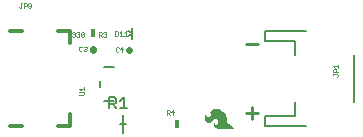
<source format=gbr>
G04 EAGLE Gerber RS-274X export*
G75*
%MOMM*%
%FSLAX34Y34*%
%LPD*%
%INSilkscreen Top*%
%IPPOS*%
%AMOC8*
5,1,8,0,0,1.08239X$1,22.5*%
G01*
%ADD10C,0.279400*%
%ADD11C,0.203200*%
%ADD12C,0.025400*%
%ADD13R,0.457200X0.762000*%
%ADD14C,0.558800*%
%ADD15C,0.304800*%
%ADD16C,0.152400*%

G36*
X183195Y8279D02*
X183195Y8279D01*
X183190Y8285D01*
X183092Y8285D01*
X182594Y8784D01*
X182593Y8784D01*
X182093Y9084D01*
X181594Y9584D01*
X181593Y9584D01*
X180993Y10084D01*
X179794Y11284D01*
X179793Y11284D01*
X179093Y11884D01*
X178394Y12484D01*
X177394Y13483D01*
X177094Y13983D01*
X176795Y14482D01*
X176695Y15080D01*
X176695Y16980D01*
X176695Y16981D01*
X176495Y18181D01*
X176195Y19281D01*
X176194Y19282D01*
X176195Y19282D01*
X175795Y20282D01*
X175794Y20282D01*
X175794Y20283D01*
X175194Y21283D01*
X174494Y22083D01*
X174494Y22084D01*
X173694Y22884D01*
X173693Y22884D01*
X172793Y23584D01*
X172792Y23584D01*
X170992Y24584D01*
X170991Y24585D01*
X169091Y25085D01*
X169090Y25085D01*
X169017Y25089D01*
X168933Y25094D01*
X168848Y25099D01*
X168764Y25104D01*
X168679Y25109D01*
X168595Y25114D01*
X168510Y25119D01*
X168426Y25124D01*
X168341Y25129D01*
X168257Y25134D01*
X168173Y25139D01*
X168172Y25139D01*
X168088Y25144D01*
X168004Y25149D01*
X168003Y25149D01*
X167919Y25154D01*
X167835Y25159D01*
X167834Y25159D01*
X167750Y25164D01*
X167666Y25169D01*
X167665Y25169D01*
X167581Y25174D01*
X167497Y25179D01*
X167412Y25184D01*
X167390Y25185D01*
X167390Y25184D01*
X167389Y25185D01*
X165789Y24885D01*
X165788Y24885D01*
X164288Y24385D01*
X164288Y24384D01*
X164287Y24384D01*
X163187Y23684D01*
X162287Y22884D01*
X162287Y22883D01*
X162286Y22883D01*
X161786Y22083D01*
X161786Y22081D01*
X161785Y22081D01*
X161786Y22079D01*
X161787Y22076D01*
X161789Y22076D01*
X161790Y22075D01*
X162689Y22075D01*
X162988Y21975D01*
X163187Y21876D01*
X163486Y21577D01*
X163585Y21279D01*
X163585Y20981D01*
X163385Y20182D01*
X163186Y19782D01*
X162986Y19483D01*
X162686Y19083D01*
X162087Y18484D01*
X161787Y18284D01*
X161488Y18085D01*
X161089Y17985D01*
X160491Y17985D01*
X160192Y18085D01*
X159992Y18184D01*
X159694Y18384D01*
X159394Y18783D01*
X159195Y19182D01*
X159095Y19681D01*
X158995Y20081D01*
X158995Y20679D01*
X159094Y20878D01*
X159094Y20879D01*
X159095Y20880D01*
X159095Y20980D01*
X159094Y20981D01*
X159094Y20983D01*
X159092Y20983D01*
X159091Y20985D01*
X159089Y20983D01*
X159086Y20984D01*
X158986Y20884D01*
X158986Y20883D01*
X158686Y20483D01*
X158686Y20482D01*
X157986Y19082D01*
X157986Y19081D01*
X157985Y19081D01*
X157785Y18181D01*
X157786Y18180D01*
X157785Y18180D01*
X157785Y17180D01*
X157785Y17179D01*
X157985Y16079D01*
X157986Y16078D01*
X158586Y14978D01*
X158586Y14977D01*
X159286Y14077D01*
X159287Y14077D01*
X159287Y14076D01*
X160087Y13576D01*
X160088Y13576D01*
X160088Y13575D01*
X160988Y13275D01*
X160989Y13276D01*
X160990Y13275D01*
X161790Y13275D01*
X161791Y13276D01*
X161791Y13275D01*
X162691Y13475D01*
X162692Y13476D01*
X163592Y13976D01*
X163593Y13976D01*
X164393Y14676D01*
X165293Y15476D01*
X165294Y15476D01*
X165993Y16176D01*
X166791Y16475D01*
X167489Y16475D01*
X168088Y16276D01*
X168586Y15877D01*
X168985Y15278D01*
X169185Y14479D01*
X169185Y13681D01*
X169085Y13181D01*
X168886Y12683D01*
X168287Y12084D01*
X167988Y11885D01*
X167689Y11785D01*
X167291Y11785D01*
X166993Y11884D01*
X166794Y12084D01*
X166394Y12483D01*
X166295Y12782D01*
X166294Y12782D01*
X166094Y13182D01*
X166093Y13183D01*
X166094Y13184D01*
X165994Y13284D01*
X165993Y13284D01*
X165991Y13284D01*
X165987Y13284D01*
X165987Y13283D01*
X165986Y13282D01*
X165786Y12882D01*
X165786Y12881D01*
X165785Y12880D01*
X165785Y11680D01*
X165785Y11679D01*
X165885Y11079D01*
X165985Y10579D01*
X165986Y10579D01*
X165985Y10578D01*
X166185Y10078D01*
X166186Y10078D01*
X166186Y10077D01*
X166486Y9677D01*
X166886Y9177D01*
X166887Y9177D01*
X166887Y9176D01*
X167887Y8576D01*
X167888Y8576D01*
X167889Y8575D01*
X168589Y8375D01*
X169389Y8275D01*
X169390Y8275D01*
X183190Y8275D01*
X183195Y8279D01*
G37*
D10*
X193167Y21596D02*
X203166Y21596D01*
X198167Y16597D02*
X198167Y26596D01*
X193167Y80016D02*
X203166Y80016D01*
D11*
X96366Y84300D02*
X96366Y88900D01*
X96366Y93500D01*
X96366Y88900D02*
X93266Y86562D01*
X96212Y89154D02*
X93266Y91084D01*
D12*
X82093Y90935D02*
X82093Y87122D01*
X83999Y87122D01*
X84635Y87758D01*
X84635Y90300D01*
X83999Y90935D01*
X82093Y90935D01*
X85835Y89664D02*
X87106Y90935D01*
X87106Y87122D01*
X85835Y87122D02*
X88377Y87122D01*
X89577Y89664D02*
X90848Y90935D01*
X90848Y87122D01*
X89577Y87122D02*
X92119Y87122D01*
D13*
X62941Y89027D03*
D12*
X68284Y90173D02*
X68284Y86360D01*
X68284Y90173D02*
X70191Y90173D01*
X70826Y89538D01*
X70826Y88267D01*
X70191Y87631D01*
X68284Y87631D01*
X69555Y87631D02*
X70826Y86360D01*
X72026Y89538D02*
X72662Y90173D01*
X73933Y90173D01*
X74568Y89538D01*
X74568Y88902D01*
X73933Y88267D01*
X73297Y88267D01*
X73933Y88267D02*
X74568Y87631D01*
X74568Y86996D01*
X73933Y86360D01*
X72662Y86360D01*
X72026Y86996D01*
X46128Y90173D02*
X45492Y89538D01*
X46128Y90173D02*
X47399Y90173D01*
X48034Y89538D01*
X48034Y88902D01*
X47399Y88267D01*
X46763Y88267D01*
X47399Y88267D02*
X48034Y87631D01*
X48034Y86996D01*
X47399Y86360D01*
X46128Y86360D01*
X45492Y86996D01*
X49234Y89538D02*
X49870Y90173D01*
X51141Y90173D01*
X51776Y89538D01*
X51776Y88902D01*
X51141Y88267D01*
X50505Y88267D01*
X51141Y88267D02*
X51776Y87631D01*
X51776Y86996D01*
X51141Y86360D01*
X49870Y86360D01*
X49234Y86996D01*
X52976Y86996D02*
X52976Y89538D01*
X53612Y90173D01*
X54883Y90173D01*
X55518Y89538D01*
X55518Y86996D01*
X54883Y86360D01*
X53612Y86360D01*
X52976Y86996D01*
X55518Y89538D01*
D11*
X72846Y60198D02*
X81434Y60198D01*
X81434Y31750D02*
X72846Y31750D01*
X69036Y43290D02*
X69036Y48658D01*
D12*
X54787Y37211D02*
X51610Y37211D01*
X54787Y37211D02*
X55423Y37847D01*
X55423Y39118D01*
X54787Y39753D01*
X51610Y39753D01*
X52881Y40953D02*
X51610Y42224D01*
X55423Y42224D01*
X55423Y40953D02*
X55423Y43495D01*
D13*
X134544Y12573D03*
D12*
X125781Y20320D02*
X125781Y24133D01*
X127687Y24133D01*
X128323Y23498D01*
X128323Y22227D01*
X127687Y21591D01*
X125781Y21591D01*
X127052Y21591D02*
X128323Y20320D01*
X131430Y20320D02*
X131430Y24133D01*
X129523Y22227D01*
X132065Y22227D01*
D14*
X62916Y74777D02*
X62916Y75387D01*
D12*
X54155Y77117D02*
X53519Y77753D01*
X52248Y77753D01*
X51613Y77117D01*
X51613Y74575D01*
X52248Y73939D01*
X53519Y73939D01*
X54155Y74575D01*
X55355Y77117D02*
X55990Y77753D01*
X57262Y77753D01*
X57897Y77117D01*
X57897Y76482D01*
X57262Y75846D01*
X56626Y75846D01*
X57262Y75846D02*
X57897Y75210D01*
X57897Y74575D01*
X57262Y73939D01*
X55990Y73939D01*
X55355Y74575D01*
D14*
X93751Y74752D02*
X93751Y75362D01*
D12*
X85126Y76838D02*
X84491Y77473D01*
X83220Y77473D01*
X82584Y76838D01*
X82584Y74296D01*
X83220Y73660D01*
X84491Y73660D01*
X85126Y74296D01*
X88233Y73660D02*
X88233Y77473D01*
X86326Y75567D01*
X88868Y75567D01*
D15*
X43231Y90729D02*
X33411Y90729D01*
X33411Y90800D01*
X43411Y90800D02*
X43411Y80800D01*
X43411Y10800D02*
X33411Y10800D01*
X43411Y10800D02*
X43411Y20800D01*
X3411Y90800D02*
X-6589Y90800D01*
X-6589Y10800D02*
X3411Y10800D01*
D12*
X1474Y110617D02*
X838Y111253D01*
X1474Y110617D02*
X2109Y110617D01*
X2745Y111253D01*
X2745Y114430D01*
X3380Y114430D02*
X2109Y114430D01*
X4580Y114430D02*
X4580Y110617D01*
X4580Y114430D02*
X6487Y114430D01*
X7122Y113795D01*
X7122Y112524D01*
X6487Y111888D01*
X4580Y111888D01*
X8322Y111253D02*
X8958Y110617D01*
X10229Y110617D01*
X10865Y111253D01*
X10865Y113795D01*
X10229Y114430D01*
X8958Y114430D01*
X8322Y113795D01*
X8322Y113159D01*
X8958Y112524D01*
X10865Y112524D01*
D11*
X209000Y90800D02*
X244000Y90800D01*
X209000Y90800D02*
X209000Y82800D01*
X234000Y82800D01*
X234000Y70800D01*
X234000Y30800D02*
X234000Y18800D01*
X209000Y18800D01*
X209000Y10800D01*
X244000Y10800D01*
X284000Y30800D02*
X284000Y70800D01*
D12*
X270637Y53036D02*
X270001Y52401D01*
X270637Y53036D02*
X270637Y53672D01*
X270001Y54307D01*
X266824Y54307D01*
X266824Y53672D02*
X266824Y54943D01*
X266824Y56143D02*
X270637Y56143D01*
X266824Y56143D02*
X266824Y58049D01*
X267459Y58685D01*
X268730Y58685D01*
X269366Y58049D01*
X269366Y56143D01*
X268095Y59885D02*
X266824Y61156D01*
X270637Y61156D01*
X270637Y59885D02*
X270637Y62427D01*
D11*
X88900Y12700D02*
X88900Y5080D01*
X88900Y12700D02*
X88900Y20320D01*
X88900Y12700D02*
X91440Y12700D01*
X88900Y12700D02*
X86360Y12700D01*
D16*
X76962Y26162D02*
X76962Y34805D01*
X81284Y34805D01*
X82724Y33365D01*
X82724Y30484D01*
X81284Y29043D01*
X76962Y29043D01*
X79843Y29043D02*
X82724Y26162D01*
X86317Y31924D02*
X89198Y34805D01*
X89198Y26162D01*
X86317Y26162D02*
X92079Y26162D01*
M02*

</source>
